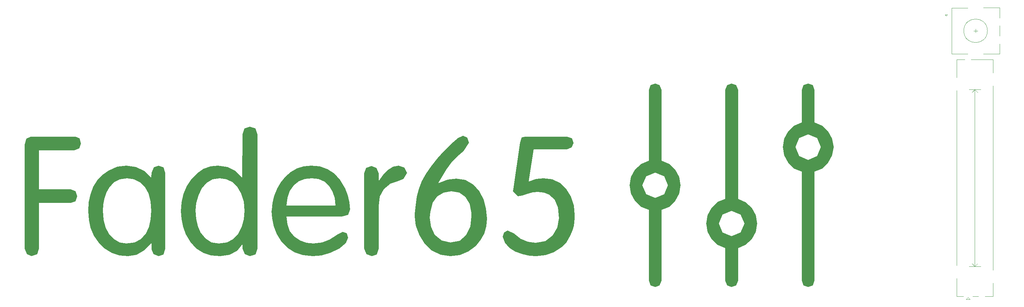
<source format=gbr>
G04 #@! TF.GenerationSoftware,KiCad,Pcbnew,5.1.5+dfsg1-2build2*
G04 #@! TF.CreationDate,2021-01-13T17:57:37+01:00*
G04 #@! TF.ProjectId,suruq-keyboard-pcb,73757275-712d-46b6-9579-626f6172642d,rev?*
G04 #@! TF.SameCoordinates,Original*
G04 #@! TF.FileFunction,Legend,Top*
G04 #@! TF.FilePolarity,Positive*
%FSLAX46Y46*%
G04 Gerber Fmt 4.6, Leading zero omitted, Abs format (unit mm)*
G04 Created by KiCad (PCBNEW 5.1.5+dfsg1-2build2) date 2021-01-13 17:57:37*
%MOMM*%
%LPD*%
G04 APERTURE LIST*
%ADD10C,0.100000*%
%ADD11C,0.120000*%
G04 APERTURE END LIST*
D10*
G36*
X314990001Y-133771573D02*
G01*
X308849022Y-132641141D01*
X309872959Y-134528281D01*
X311428709Y-135984151D01*
X313365459Y-136808990D01*
X313365459Y-164563783D01*
X313820543Y-165727950D01*
X314984710Y-166183033D01*
X316148876Y-165727950D01*
X316603960Y-164563783D01*
X316603960Y-136808990D01*
X318540710Y-135986136D01*
X320096460Y-134528281D01*
X321120397Y-132641141D01*
X321461710Y-130527781D01*
X321120397Y-128412437D01*
X320096460Y-126527281D01*
X318543356Y-125074057D01*
X316609251Y-124251864D01*
X316609251Y-115943947D01*
X316154168Y-114779780D01*
X314990001Y-114324697D01*
X313825834Y-114779780D01*
X313370751Y-115943947D01*
X313370751Y-124251864D01*
X311434001Y-125074718D01*
X309878251Y-126532572D01*
X308851668Y-128419052D01*
X308507709Y-130527781D01*
X308849022Y-132641141D01*
X314990001Y-133771573D01*
X312709293Y-132808490D01*
X311746209Y-130527781D01*
X312709293Y-128247073D01*
X314990001Y-127283989D01*
X317270710Y-128247073D01*
X318233793Y-130527781D01*
X317270710Y-132808490D01*
X314990001Y-133771573D01*
G37*
G36*
X295543125Y-153218449D02*
G01*
X289407437Y-152095293D01*
X290431375Y-153980449D01*
X291987125Y-155436319D01*
X293923875Y-156261158D01*
X293923875Y-164569075D01*
X294378958Y-165733242D01*
X295543125Y-166188325D01*
X296707292Y-165733242D01*
X297162375Y-164569075D01*
X297162375Y-156261158D01*
X299099125Y-155438303D01*
X300654875Y-153980449D01*
X301678813Y-152093308D01*
X302020125Y-149979949D01*
X301678813Y-147864605D01*
X300654875Y-145979449D01*
X299099125Y-144523579D01*
X297162375Y-143698740D01*
X297162375Y-115943947D01*
X296707292Y-114779780D01*
X295543125Y-114324697D01*
X294378958Y-114779780D01*
X293923875Y-115943947D01*
X293923875Y-143698740D01*
X291987125Y-144521594D01*
X290431375Y-145979449D01*
X289407437Y-147866589D01*
X289066125Y-149979949D01*
X289407437Y-152095293D01*
X295543125Y-153218449D01*
X293262417Y-152255366D01*
X292299333Y-149974657D01*
X293262417Y-147693949D01*
X295543125Y-146730865D01*
X297823833Y-147693949D01*
X298786917Y-149974657D01*
X297823833Y-152255366D01*
X295543125Y-153218449D01*
G37*
G36*
X276096249Y-143497657D02*
G01*
X269955269Y-142369209D01*
X270979207Y-144254365D01*
X272534957Y-145710235D01*
X274471707Y-146535074D01*
X274471707Y-164563783D01*
X274926790Y-165727950D01*
X276090957Y-166183033D01*
X277255124Y-165727950D01*
X277710207Y-164563783D01*
X277710207Y-146535074D01*
X279646957Y-145712220D01*
X281202707Y-144254365D01*
X282231937Y-142367225D01*
X282578541Y-140253865D01*
X282237228Y-138138521D01*
X281213291Y-136253365D01*
X279654895Y-134797495D01*
X277715499Y-133972656D01*
X277715499Y-115943947D01*
X277260416Y-114779780D01*
X276096249Y-114324697D01*
X274932082Y-114779780D01*
X274476999Y-115943947D01*
X274476999Y-133972656D01*
X272540249Y-134795510D01*
X270984498Y-136253365D01*
X269957915Y-138140505D01*
X269613957Y-140253865D01*
X269955269Y-142369209D01*
X276096249Y-143497657D01*
X273815540Y-142534573D01*
X272857749Y-140253865D01*
X273820832Y-137973157D01*
X276101540Y-137010073D01*
X278382249Y-137973157D01*
X279340041Y-140253865D01*
X278376957Y-142534573D01*
X276096249Y-143497657D01*
G37*
G36*
X241775811Y-129521974D02*
G01*
X242168553Y-128033692D01*
X243140069Y-127868328D01*
X253806084Y-127868328D01*
X254984307Y-128281739D01*
X255377048Y-129521974D01*
X254901626Y-130617513D01*
X253723402Y-131072265D01*
X245207126Y-131072265D01*
X243946222Y-139299153D01*
X245847915Y-138663534D01*
X247749608Y-138451661D01*
X249974277Y-138744925D01*
X251873386Y-139624716D01*
X253446934Y-141091034D01*
X254694920Y-143143880D01*
X255485568Y-145515829D01*
X255666436Y-147794760D01*
X255625094Y-148683593D01*
X255459730Y-150502604D01*
X255123834Y-151665324D01*
X254570897Y-153003744D01*
X253583876Y-154688396D01*
X252317803Y-156021648D01*
X250386253Y-157284849D01*
X248257185Y-158042770D01*
X245930597Y-158295411D01*
X244183934Y-158161052D01*
X242333918Y-157757976D01*
X240499403Y-157075846D01*
X239005954Y-156145671D01*
X237936253Y-154920939D01*
X237331639Y-153355143D01*
X237703709Y-152238932D01*
X238654556Y-151784179D01*
X240204847Y-152507650D01*
X241952660Y-153839754D01*
X243806121Y-154639016D01*
X245765233Y-154905437D01*
X248142348Y-154440349D01*
X250023371Y-153045085D01*
X251232599Y-151003866D01*
X251635675Y-148600911D01*
X251357771Y-145920627D01*
X250524057Y-143915582D01*
X249134535Y-142585776D01*
X247847792Y-142089682D01*
X246344009Y-141924317D01*
X245083102Y-142048341D01*
X243264092Y-142544434D01*
X242809339Y-142689127D01*
X242292576Y-142854492D01*
X241217707Y-143061197D01*
X239956800Y-141758953D01*
X240039483Y-141200846D01*
X241775811Y-129521974D01*
G37*
G36*
X225962824Y-128199057D02*
G01*
X227265069Y-127599609D01*
X228381280Y-128157716D01*
X228753350Y-129439291D01*
X227533787Y-131382325D01*
X226892998Y-131919760D01*
X225714777Y-132994630D01*
X224262669Y-134508748D01*
X223130954Y-136115885D01*
X220877863Y-139753906D01*
X226314223Y-142115520D01*
X224309178Y-141758953D01*
X222355809Y-142074179D01*
X220712499Y-143019856D01*
X219544611Y-144658000D01*
X218934829Y-147050619D01*
X218769465Y-148518229D01*
X219105361Y-150828166D01*
X220113051Y-152838380D01*
X221864882Y-154326661D01*
X224061131Y-154822755D01*
X226396905Y-154357667D01*
X228071222Y-152962403D01*
X229125422Y-150786825D01*
X229394139Y-148228841D01*
X229352798Y-147298666D01*
X228929051Y-144999064D01*
X227823176Y-143185221D01*
X226314223Y-142115520D01*
X220877863Y-139753906D01*
X223353163Y-138839234D01*
X225611423Y-138534343D01*
X227890355Y-138927084D01*
X229890233Y-140105307D01*
X231456028Y-141789958D01*
X232515394Y-143908692D01*
X233151015Y-146249634D01*
X233362889Y-148683593D01*
X233185897Y-150675720D01*
X232654922Y-152497314D01*
X231769962Y-154148376D01*
X230531019Y-155628906D01*
X228599469Y-157110297D01*
X226442840Y-157999132D01*
X224061131Y-158295411D01*
X221590997Y-157928508D01*
X219348241Y-156827799D01*
X217503392Y-155117309D01*
X216185642Y-152962403D01*
X215286472Y-150497436D01*
X214986749Y-148187499D01*
X215028090Y-147546713D01*
X215214126Y-145210937D01*
X215467134Y-143220775D01*
X215994647Y-141235573D01*
X216796665Y-139255333D01*
X217873189Y-137280053D01*
X219224217Y-135309734D01*
X220815851Y-133346030D01*
X222469497Y-131506349D01*
X224185154Y-129790691D01*
X225962824Y-128199057D01*
G37*
G36*
X202129652Y-137211427D02*
G01*
X202667087Y-135826497D01*
X203948663Y-135309734D01*
X205250910Y-135826497D01*
X205809014Y-137211427D01*
X205809014Y-139133789D01*
X206940729Y-137598999D01*
X208062108Y-136467286D01*
X209483209Y-135537110D01*
X210893975Y-135227052D01*
X212402928Y-135743815D01*
X213002374Y-137128744D01*
X212154881Y-138658367D01*
X210418553Y-139340494D01*
X208806249Y-139836588D01*
X207141118Y-141235297D01*
X206142040Y-143116319D01*
X205809014Y-145479656D01*
X205809014Y-156393718D01*
X205364597Y-157819988D01*
X204031345Y-158295411D01*
X202729100Y-157757976D01*
X202129652Y-156311036D01*
X202129652Y-137211427D01*
G37*
G36*
X183484796Y-136880697D02*
G01*
X190556430Y-138667554D01*
X188797134Y-138451661D01*
X187037838Y-138653773D01*
X185535777Y-139260110D01*
X184290949Y-140270671D01*
X183245936Y-141722205D01*
X182618929Y-143430972D01*
X182409926Y-145396973D01*
X194812270Y-145396973D01*
X194635422Y-143499874D01*
X194104877Y-141832448D01*
X193220637Y-140394695D01*
X192030931Y-139315232D01*
X190556430Y-138667554D01*
X183484796Y-136880697D01*
X185103991Y-135962005D01*
X186819649Y-135410790D01*
X188631770Y-135227052D01*
X190875767Y-135457735D01*
X192861795Y-136149786D01*
X194589855Y-137303203D01*
X196059946Y-138917988D01*
X197272069Y-140994140D01*
X197984056Y-142780997D01*
X198411247Y-144586227D01*
X198553645Y-146409830D01*
X198031712Y-147774088D01*
X196465915Y-148228841D01*
X182409926Y-148228841D01*
X182624383Y-150227427D01*
X183267755Y-151903036D01*
X184340041Y-153255667D01*
X185841241Y-154285320D01*
X187484552Y-154889933D01*
X189272556Y-155091471D01*
X191415406Y-154831940D01*
X193434232Y-154053349D01*
X195329035Y-152755697D01*
X196734634Y-152073567D01*
X197711318Y-152466308D01*
X198036879Y-153644531D01*
X197499444Y-155008788D01*
X195861302Y-156352376D01*
X193592707Y-157447916D01*
X191293105Y-158083537D01*
X189065850Y-158295411D01*
X186635767Y-158057699D01*
X184492487Y-157344564D01*
X182636012Y-156156006D01*
X181066340Y-154492025D01*
X179939794Y-152662680D01*
X179205989Y-150729981D01*
X178756403Y-148678426D01*
X178606541Y-146781900D01*
X178647882Y-146616536D01*
X178817840Y-144765372D01*
X179272592Y-142932581D01*
X180012140Y-141118164D01*
X180958393Y-139443848D01*
X182115945Y-138031359D01*
X183484796Y-136880697D01*
G37*
G36*
X159279557Y-146699218D02*
G01*
X159475513Y-156301114D01*
X158008729Y-154749994D01*
X156819757Y-152755697D01*
X156119255Y-150879268D01*
X155698954Y-148915563D01*
X155558854Y-146864583D01*
X155725510Y-144545603D01*
X156225479Y-142404908D01*
X157058761Y-140442495D01*
X158225356Y-138658367D01*
X159667129Y-137175253D01*
X161222590Y-136115885D01*
X163051936Y-135449260D01*
X165067317Y-135227052D01*
X167444432Y-135566968D01*
X169477038Y-136586716D01*
X171165135Y-138286296D01*
X171247817Y-127186198D01*
X171759414Y-125790934D01*
X173087499Y-125325846D01*
X174513769Y-125811604D01*
X174989192Y-127268880D01*
X174989192Y-156393718D01*
X174513769Y-157819988D01*
X173087499Y-158295411D01*
X171847265Y-157757976D01*
X171247817Y-156435059D01*
X171247817Y-155256835D01*
X169823844Y-156944933D01*
X167922151Y-157957791D01*
X165542739Y-158295411D01*
X163242518Y-158073822D01*
X161220109Y-157409057D01*
X159475513Y-156301114D01*
X159279557Y-146699218D01*
X159424250Y-148784649D01*
X159858332Y-150631220D01*
X160581801Y-152238932D01*
X161789881Y-153823676D01*
X163319504Y-154774522D01*
X165170668Y-155091471D01*
X167204137Y-154818878D01*
X168860366Y-154001098D01*
X170139358Y-152638133D01*
X171041111Y-150729981D01*
X171552709Y-148854126D01*
X171723241Y-146781900D01*
X171521703Y-144368612D01*
X170917088Y-142379070D01*
X169966242Y-140751262D01*
X168726007Y-139505859D01*
X167196385Y-138715210D01*
X165501398Y-138451661D01*
X163610040Y-138746216D01*
X162070083Y-139629882D01*
X160850519Y-141014811D01*
X160003025Y-142813150D01*
X159460424Y-144818196D01*
X159279557Y-146699218D01*
G37*
G36*
X135715104Y-146781900D02*
G01*
X136151769Y-156342042D01*
X134619562Y-154822755D01*
X133471054Y-153108388D01*
X132650691Y-151210571D01*
X132158473Y-149129302D01*
X131994401Y-146864583D01*
X132137946Y-144532827D01*
X132568583Y-142443377D01*
X133286311Y-140596232D01*
X134291131Y-138991392D01*
X135583042Y-137628857D01*
X137162044Y-136508627D01*
X139409968Y-135547446D01*
X141688898Y-135227052D01*
X144084388Y-135566968D01*
X146199677Y-136586716D01*
X148034765Y-138286296D01*
X148117447Y-137046062D01*
X148675551Y-135702473D01*
X149853775Y-135227052D01*
X151114679Y-135702473D01*
X151590104Y-137128744D01*
X151590104Y-156393718D01*
X151156022Y-157819988D01*
X149853775Y-158295411D01*
X148613541Y-157799317D01*
X148117447Y-156559083D01*
X148117447Y-154905437D01*
X146323700Y-156788756D01*
X144332435Y-157918747D01*
X142143651Y-158295411D01*
X139913813Y-158078370D01*
X137916519Y-157427247D01*
X136151769Y-156342042D01*
X135715104Y-146781900D01*
X135884344Y-149071166D01*
X136392065Y-151019368D01*
X137238266Y-152626505D01*
X138422947Y-153892577D01*
X139962905Y-154791747D01*
X141688898Y-155091471D01*
X143744472Y-154804379D01*
X145391228Y-153943106D01*
X146629166Y-152507650D01*
X147410054Y-150879268D01*
X147878587Y-148970685D01*
X148034765Y-146781900D01*
X147852606Y-144355692D01*
X147306127Y-142327392D01*
X146395330Y-140697001D01*
X145120213Y-139464518D01*
X143621596Y-138704875D01*
X141936945Y-138451661D01*
X140074297Y-138720378D01*
X138537785Y-139526530D01*
X137327408Y-140870117D01*
X136665949Y-142048340D01*
X136128515Y-143474609D01*
X135818457Y-145066243D01*
X135715104Y-146781900D01*
G37*
G36*
X115830013Y-129935385D02*
G01*
X116284765Y-128405763D01*
X117400976Y-127868328D01*
X128790461Y-127868328D01*
X129829158Y-128323080D01*
X130175390Y-129687338D01*
X129761979Y-130865559D01*
X128439062Y-131340984D01*
X119509375Y-131340984D01*
X119509375Y-141283528D01*
X127550226Y-141283528D01*
X128790461Y-141758953D01*
X129203872Y-143061197D01*
X128811131Y-144332438D01*
X127632909Y-144756184D01*
X119509375Y-144756184D01*
X119509375Y-156311036D01*
X119044287Y-157799317D01*
X117649023Y-158295411D01*
X116429458Y-157799317D01*
X115830013Y-156393718D01*
X115830013Y-129935385D01*
G37*
D11*
X357350000Y-115890000D02*
X358100000Y-116640000D01*
X356600000Y-116640000D02*
X357350000Y-115890000D01*
X355850000Y-115890000D02*
X358850000Y-115890000D01*
X357350000Y-160890000D02*
X358100000Y-160140000D01*
X356600000Y-160140000D02*
X357350000Y-160890000D01*
X355850000Y-160890000D02*
X358850000Y-160890000D01*
X357350000Y-160890000D02*
X357350000Y-115890000D01*
X356100000Y-169315000D02*
X355600000Y-168815000D01*
X355100000Y-169315000D02*
X356100000Y-169315000D01*
X355600000Y-168815000D02*
X355100000Y-169315000D01*
X356423000Y-108270000D02*
X361970000Y-108270000D01*
X352730000Y-108270000D02*
X354777000Y-108270000D01*
X359923000Y-168510000D02*
X361970000Y-168510000D01*
X356775000Y-168510000D02*
X358278000Y-168510000D01*
X352730000Y-168510000D02*
X354425000Y-168510000D01*
X361970000Y-111654000D02*
X361970000Y-108270000D01*
X361970000Y-161854000D02*
X361970000Y-114925000D01*
X361970000Y-168510000D02*
X361970000Y-165125000D01*
X352730000Y-112854000D02*
X352730000Y-108270000D01*
X352730000Y-160654000D02*
X352730000Y-116125000D01*
X352730000Y-168510000D02*
X352730000Y-163925000D01*
X360543750Y-100925000D02*
G75*
G03X360543750Y-100925000I-3000000J0D01*
G01*
X359543750Y-95025000D02*
X363643750Y-95025000D01*
X363643750Y-106825000D02*
X359543750Y-106825000D01*
X355543750Y-106825000D02*
X351443750Y-106825000D01*
X355543750Y-95125000D02*
X351443750Y-95125000D01*
X351443750Y-95125000D02*
X351443750Y-106825000D01*
X350043750Y-97125000D02*
X349743750Y-96825000D01*
X349743750Y-96825000D02*
X350343750Y-96825000D01*
X350343750Y-96825000D02*
X350043750Y-97125000D01*
X363643750Y-95025000D02*
X363643750Y-97625000D01*
X363643750Y-99625000D02*
X363643750Y-102225000D01*
X363643750Y-104225000D02*
X363643750Y-106825000D01*
X357543750Y-100425000D02*
X357543750Y-101425000D01*
X357043750Y-100925000D02*
X358043750Y-100925000D01*
M02*

</source>
